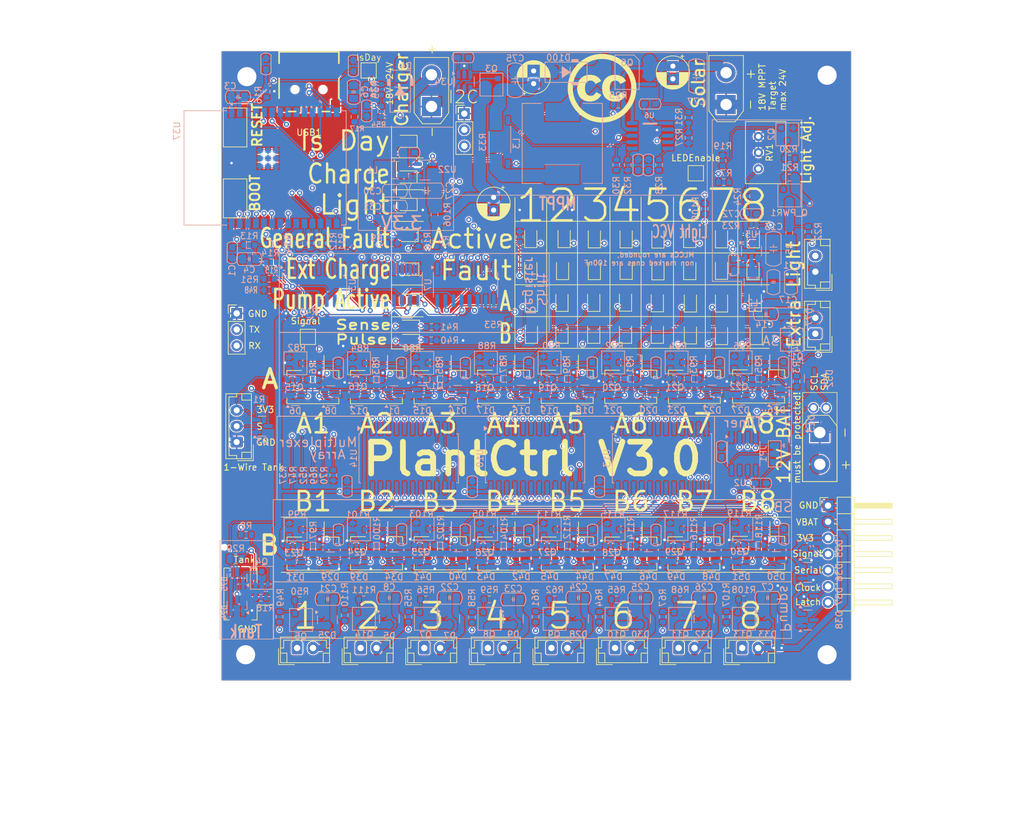
<source format=kicad_pcb>
(kicad_pcb
	(version 20240108)
	(generator "pcbnew")
	(generator_version "8.0")
	(general
		(thickness 1.6)
		(legacy_teardrops no)
	)
	(paper "A4")
	(layers
		(0 "F.Cu" signal)
		(1 "In1.Cu" signal)
		(2 "In2.Cu" signal)
		(31 "B.Cu" signal)
		(32 "B.Adhes" user "B.Adhesive")
		(33 "F.Adhes" user "F.Adhesive")
		(34 "B.Paste" user)
		(35 "F.Paste" user)
		(36 "B.SilkS" user "B.Silkscreen")
		(37 "F.SilkS" user "F.Silkscreen")
		(38 "B.Mask" user)
		(39 "F.Mask" user)
		(40 "Dwgs.User" user "User.Drawings")
		(41 "Cmts.User" user "User.Comments")
		(42 "Eco1.User" user "User.Eco1")
		(43 "Eco2.User" user "User.Eco2")
		(44 "Edge.Cuts" user)
		(45 "Margin" user)
		(46 "B.CrtYd" user "B.Courtyard")
		(47 "F.CrtYd" user "F.Courtyard")
		(48 "B.Fab" user)
		(49 "F.Fab" user)
	)
	(setup
		(stackup
			(layer "F.SilkS"
				(type "Top Silk Screen")
			)
			(layer "F.Paste"
				(type "Top Solder Paste")
			)
			(layer "F.Mask"
				(type "Top Solder Mask")
				(thickness 0.01)
			)
			(layer "F.Cu"
				(type "copper")
				(thickness 0.035)
			)
			(layer "dielectric 1"
				(type "prepreg")
				(thickness 0.1)
				(material "FR4")
				(epsilon_r 4.5)
				(loss_tangent 0.02)
			)
			(layer "In1.Cu"
				(type "copper")
				(thickness 0.035)
			)
			(layer "dielectric 2"
				(type "core")
				(thickness 1.24)
				(material "FR4")
				(epsilon_r 4.5)
				(loss_tangent 0.02)
			)
			(layer "In2.Cu"
				(type "copper")
				(thickness 0.035)
			)
			(layer "dielectric 3"
				(type "prepreg")
				(thickness 0.1)
				(material "FR4")
				(epsilon_r 4.5)
				(loss_tangent 0.02)
			)
			(layer "B.Cu"
				(type "copper")
				(thickness 0.035)
			)
			(layer "B.Mask"
				(type "Bottom Solder Mask")
				(thickness 0.01)
			)
			(layer "B.Paste"
				(type "Bottom Solder Paste")
			)
			(layer "B.SilkS"
				(type "Bottom Silk Screen")
			)
			(copper_finish "HAL lead-free")
			(dielectric_constraints no)
		)
		(pad_to_mask_clearance 0.05)
		(allow_soldermask_bridges_in_footprints no)
		(aux_axis_origin 68.58 26.67)
		(grid_origin 68.58 26.67)
		(pcbplotparams
			(layerselection 0x003ffff_ffffffff)
			(plot_on_all_layers_selection 0x0000000_00000000)
			(disableapertmacros no)
			(usegerberextensions no)
			(usegerberattributes no)
			(usegerberadvancedattributes no)
			(creategerberjobfile no)
			(dashed_line_dash_ratio 12.000000)
			(dashed_line_gap_ratio 3.000000)
			(svgprecision 4)
			(plotframeref no)
			(viasonmask no)
			(mode 1)
			(useauxorigin no)
			(hpglpennumber 1)
			(hpglpenspeed 20)
			(hpglpendiameter 15.000000)
			(pdf_front_fp_property_popups yes)
			(pdf_back_fp_property_popups yes)
			(dxfpolygonmode yes)
			(dxfimperialunits yes)
			(dxfusepcbnewfont yes)
			(psnegative no)
			(psa4output no)
			(plotreference yes)
			(plotvalue yes)
			(plotfptext yes)
			(plotinvisibletext no)
			(sketchpadsonfab no)
			(subtractmaskfromsilk no)
			(outputformat 1)
			(mirror no)
			(drillshape 0)
			(scaleselection 1)
			(outputdirectory "gerber/")
		)
	)
	(net 0 "")
	(net 1 "EN")
	(net 2 "VBAT")
	(net 3 "GND")
	(net 4 "S1")
	(net 5 "G1")
	(net 6 "3_3V")
	(net 7 "Temp")
	(net 8 "S2")
	(net 9 "G2")
	(net 10 "S3")
	(net 11 "Net-(U22-BST)")
	(net 12 "Net-(PUMP2-Pin_1)")
	(net 13 "PUMP_ENABLE")
	(net 14 "TANK_SENSOR")
	(net 15 "Net-(PUMP3-Pin_1)")
	(net 16 "Net-(PUMP4-Pin_1)")
	(net 17 "Net-(PUMP1-Pin_1)")
	(net 18 "Net-(PUMP5-Pin_1)")
	(net 19 "Net-(PUMP6-Pin_1)")
	(net 20 "Net-(PUMP7-Pin_1)")
	(net 21 "Net-(PUMP8-Pin_1)")
	(net 22 "SerialOut")
	(net 23 "Clock")
	(net 24 "Latch")
	(net 25 "Net-(Q1-G)")
	(net 26 "G3")
	(net 27 "ESP_RX")
	(net 28 "ESP_TX")
	(net 29 "Net-(Boot1-Pad2)")
	(net 30 "SDA")
	(net 31 "SCL")
	(net 32 "G4")
	(net 33 "S4")
	(net 34 "Net-(D10-K)")
	(net 35 "Net-(Q5-G)")
	(net 36 "G5")
	(net 37 "Net-(Q7-G)")
	(net 38 "Net-(Q8-G)")
	(net 39 "Net-(Q9-G)")
	(net 40 "Net-(Q10-G)")
	(net 41 "Net-(Q11-G)")
	(net 42 "Net-(Q4-G)")
	(net 43 "Net-(Q13-G)")
	(net 44 "Net-(Q14-G)")
	(net 45 "Net-(D78-A)")
	(net 46 "S5")
	(net 47 "Net-(C5-Pad2)")
	(net 48 "S6")
	(net 49 "G6")
	(net 50 "S7")
	(net 51 "PUMP1")
	(net 52 "G7")
	(net 53 "PUMP3")
	(net 54 "G8")
	(net 55 "Net-(R14-Pad2)")
	(net 56 "PUMP4")
	(net 57 "PUMP5")
	(net 58 "PUMP6")
	(net 59 "PUMP7")
	(net 60 "PUMP8")
	(net 61 "PUMP2")
	(net 62 "unconnected-(U37-IO0-Pad8)")
	(net 63 "unconnected-(U37-IO1-Pad9)")
	(net 64 "Net-(D78-K)")
	(net 65 "S8")
	(net 66 "SIGNAL")
	(net 67 "SerialIn")
	(net 68 "S9")
	(net 69 "G9")
	(net 70 "S10")
	(net 71 "G10")
	(net 72 "G11")
	(net 73 "S11")
	(net 74 "G12")
	(net 75 "S12")
	(net 76 "S13")
	(net 77 "G13")
	(net 78 "S14")
	(net 79 "G14")
	(net 80 "S15")
	(net 81 "G15")
	(net 82 "S16")
	(net 83 "G16")
	(net 84 "CD1")
	(net 85 "CD2")
	(net 86 "CD3")
	(net 87 "CD4")
	(net 88 "CD5")
	(net 89 "Net-(D10-A)")
	(net 90 "Net-(D2-K)")
	(net 91 "CD6")
	(net 92 "CD7")
	(net 93 "Net-(U2-CV)")
	(net 94 "CD8")
	(net 95 "CD9")
	(net 96 "CD10")
	(net 97 "CD11")
	(net 98 "CD12")
	(net 99 "CD13")
	(net 100 "CD14")
	(net 101 "CD15")
	(net 102 "CD16")
	(net 103 "1K_3_3")
	(net 104 "Net-(P_FAULT1-K)")
	(net 105 "CD_Probe")
	(net 106 "SENSORS_ON")
	(net 107 "unconnected-(U3-QG-Pad6)")
	(net 108 "unconnected-(U3-QH-Pad7)")
	(net 109 "Net-(CD1-K)")
	(net 110 "Net-(SIGNAL1-K)")
	(net 111 "MS4")
	(net 112 "MS1")
	(net 113 "MS0")
	(net 114 "MS3")
	(net 115 "MS2")
	(net 116 "unconnected-(U2-DIS-Pad7)")
	(net 117 "IsDay")
	(net 118 "S_VIN")
	(net 119 "5K_VBAT")
	(net 120 "Net-(U1-QH')")
	(net 121 "Net-(U3-QH')")
	(net 122 "/Light_In")
	(net 123 "Net-(U5-BST)")
	(net 124 "Net-(Q2-G)")
	(net 125 "Net-(Q2-D)")
	(net 126 "Net-(Q_PWR1-G)")
	(net 127 "Net-(Q_PWR1-D)")
	(net 128 "LED_ENABLE")
	(net 129 "Net-(I2C3-A)")
	(net 130 "Net-(R24-Pad2)")
	(net 131 "Net-(U5-FB)")
	(net 132 "/Light+")
	(net 133 "Net-(U6-VG)")
	(net 134 "Net-(C19-Pad1)")
	(net 135 "Net-(D98-K)")
	(net 136 "Net-(D98-A)")
	(net 137 "Net-(D100-K)")
	(net 138 "Net-(L3-Pad2)")
	(net 139 "Net-(Q6-G)")
	(net 140 "Net-(U6-MPPT)")
	(net 141 "Net-(U6-COM)")
	(net 142 "Net-(U6-BAT)")
	(net 143 "Net-(U6-FB)")
	(net 144 "Net-(U6-CSP)")
	(net 145 "/3_3IN")
	(net 146 "/Light_cool")
	(net 147 "/3_3V_cool")
	(net 148 "Net-(Q3-S)")
	(net 149 "Net-(U34-VCAP)")
	(net 150 "Net-(Q3-G)")
	(net 151 "Net-(J3-Pin_1)")
	(net 152 "ENABLE_TANK")
	(net 153 "Net-(Q15-B)")
	(net 154 "Net-(Q17-B)")
	(net 155 "Net-(Q18-B)")
	(net 156 "Net-(Q19-B)")
	(net 157 "Net-(Q20-B)")
	(net 158 "Net-(Q21-B)")
	(net 159 "Net-(Q22-B)")
	(net 160 "Net-(Q23-B)")
	(net 161 "Net-(Q24-B)")
	(net 162 "Net-(Q25-B)")
	(net 163 "Net-(Q26-B)")
	(net 164 "Net-(Q27-B)")
	(net 165 "Net-(Q28-B)")
	(net 166 "Net-(Q29-B)")
	(net 167 "Net-(Q30-B)")
	(net 168 "unconnected-(U37-IO8-Pad10)")
	(net 169 "Net-(D11-A)")
	(net 170 "Net-(JP1-C)")
	(net 171 "unconnected-(U37-NC-Pad22)")
	(net 172 "USB_D-")
	(net 173 "unconnected-(U37-IO4-Pad4)")
	(net 174 "USB_D+")
	(net 175 "BOOT_SEL")
	(net 176 "WARN_LED")
	(net 177 "Net-(Q15-C)")
	(net 178 "Net-(Q16-C)")
	(net 179 "Net-(Q17-C)")
	(net 180 "Net-(Q18-C)")
	(net 181 "Net-(Q19-C)")
	(net 182 "Net-(Q20-C)")
	(net 183 "Net-(Q21-C)")
	(net 184 "Net-(Q22-C)")
	(net 185 "Net-(Q23-C)")
	(net 186 "Net-(Q24-C)")
	(net 187 "Net-(Q25-C)")
	(net 188 "Net-(Q26-C)")
	(net 189 "Net-(Q27-C)")
	(net 190 "Net-(Q28-C)")
	(net 191 "Net-(Q29-C)")
	(net 192 "Net-(Q30-C)")
	(net 193 "Net-(Q16-B)")
	(net 194 "FAULT1")
	(net 195 "FAULT2")
	(net 196 "FAULT3")
	(net 197 "FAULT4")
	(net 198 "FAULT5")
	(net 199 "FAULT6")
	(net 200 "FAULT7")
	(net 201 "FAULT8")
	(net 202 "OE")
	(net 203 "unconnected-(USB1-VBUS-Pad1)")
	(net 204 "unconnected-(USB1-ID-Pad4)")
	(footprint "Connector_JST:JST_PH_B2B-PH-SM4-TB_1x02-1MP_P2.00mm_Vertical" (layer "F.Cu") (at 204.58 117.92 180))
	(footprint "Button_Switch_SMD:SW_SPST_CK_RS282G05A3" (layer "F.Cu") (at 172.33 52.67 90))
	(footprint "Connector_JST:JST_PH_B2B-PH-SM4-TB_1x02-1MP_P2.00mm_Vertical" (layer "F.Cu") (at 194.555 91.77 180))
	(footprint "Connector_AMASS:AMASS_XT30UPB-M_1x02_P5.0mm_Vertical" (layer "F.Cu") (at 249.55 49.05 90))
	(footprint "LED_SMD:LED_0805_2012Metric" (layer "F.Cu") (at 199.53 74.9575 180))
	(footprint "easyeda2kicad:MINI-USB-SMD_UX-144S-ACP5" (layer "F.Cu") (at 183.95 46.595 180))
	(footprint "Button_Switch_SMD:SW_SPST_CK_RS282G05A3" (layer "F.Cu") (at 172.33 63.82 -90))
	(footprint "LED_SMD:LED_0805_2012Metric" (layer "F.Cu") (at 223.73 84.945 90))
	(footprint "LED_SMD:LED_0805_2012Metric" (layer "F.Cu") (at 218.83 74.8825 90))
	(footprint "LED_SMD:LED_0805_2012Metric" (layer "F.Cu") (at 228.83 74.92 90))
	(footprint "LED_SMD:LED_0805_2012Metric" (layer "F.Cu") (at 243.93 80.02 90))
	(footprint "Connector_JST:JST_PH_B2B-PH-SM4-TB_1x02-1MP_P2.00mm_Vertical" (layer "F.Cu") (at 254.655 91.67 180))
	(footprint "LED_SMD:LED_0805_2012Metric" (layer "F.Cu") (at 238.73 84.945 90))
	(footprint "kicad-stuff:AMASS_XT30UPB+DATA-M_1x02_P5.0mm_Vertical" (layer "F.Cu") (at 264.28 100.67 -90))
	(footprint "LED_SMD:LED_0805_2012Metric" (layer "F.Cu") (at 243.93 85.045 90))
	(footprint "Connector_JST:JST_PH_B2B-PH-SM4-TB_1x02-1MP_P2.00mm_Vertical" (layer "F.Cu") (at 184.58 117.97 180))
	(footprint "LED_SMD:LED_0805_2012Metric" (layer "F.Cu") (at 199.655 86.195 180))
	(footprint "Connector_AMASS:AMASS_XT30UPB-F_1x02_P5.0mm_Vertical" (layer "F.Cu") (at 203.21 49.37 90))
	(footprint "Connector_JST:JST_PH_B2B-PH-SM4-TB_1x02-1MP_P2.00mm_Vertical" (layer "F.Cu") (at 254.68 117.87 180))
	(footprint "Connector_JST:JST_EH_B2B-EH-A_1x02_P2.50mm_Vertical" (layer "F.Cu") (at 232.08 134.575))
	(footprint "Connector_JST:JST_EH_B2B-EH-A_1x02_P2.50mm_Vertical" (layer "F.Cu") (at 242.08 134.575))
	(footprint "Connector_JST:JST_EH_B2B-EH-A_1x02_P2.50mm_Vertical" (layer "F.Cu") (at 263.58 85.12 90))
	(footprint "LED_SMD:LED_0805_2012Metric" (layer "F.Cu") (at 248.83 85.145 90))
	(footprint "LED_SMD:LED_0805_2012Metric" (layer "F.Cu") (at 248.83 80.02 90))
	(footprint "Connector_JST:JST_EH_B3B-EH-A_1x03_P2.50mm_Vertical" (layer "F.Cu") (at 172.58 102.17 90))
	(footprint "Connector_JST:JST_PH_B2B-PH-SM4-TB_1x02-1MP_P2.00mm_Vertical" (layer "F.Cu") (at 224.58 117.97 180))
	(footprint "LED_SMD:LED_0805_2012Metric" (layer "F.Cu") (at 199.43 69.6575 180))
	(footprint "Connector_PinHeader_2.54mm:PinHeader_1x07_P2.54mm_Horizontal" (layer "F.Cu") (at 265.58 112.17))
	(footprint "LED_SMD:LED_0805_2012Metric" (layer "F.Cu") (at 218.93 84.945 90))
	(footprint "LED_SMD:LED_0805_2012Metric"
		(layer "F.Cu")
		(uuid "38c660a9-1b7f-4b5b-b61c-be652783af9f")
		(at 243.83 69.8825 90)
		(descr "LED SMD 0805 (2012 Metric), square (rectangular) end terminal, IPC_7351 nominal, (Body size source: https://docs.google.com/spreadsheets/d/1BsfQQcO9C6DZCsRaXUlFlo91Tg2WpOkGARC1WS5S8t0/edit?usp=sharing), generated with kicad-footprint-generator")
		(tags "LED")
		(property "Reference" "PUMP_D6"
			(at 0 -1.65 90)
			(layer "F.SilkS")
			(hide yes)
			(uuid "44bbbf26-a62d-4436-b514-b825e281b3ce")
			(effects
				(font
					(size 1 1)
					(thickness 0.15)
				)
			)
		)
		(property "Value" "BLUE"
			(at 0 1.65 90)
			(layer "F.Fab")
			(uuid "8a8574fa-8ef6-410c-870d-c44e0d85d060")
			(effects
				(font
					(size 1 1)
					(thickness 0.15)
				)
			)
		)
		(property "Footprint" "LED_SMD:LED_0805_2012Metric"
			(at 0 0 90)
			(unlocked yes)
			(layer "F.Fab")
			(hide yes)
			(uuid "0bbef73a-c570-477f-a1a4-ae99308a1abe")
			(effects
				(font
					(size 1.27 1.27)
					(thickness 0.15)
				)
			)
		)
		(property "Datasheet" ""
			(at 0 0 90)
			(unlocked yes)
			(layer "F.Fab")
			(hide yes)
			(uuid "1ae939cc-3500-4eee-8197-2ae48b6e6729")
			(effects
				(font
					(size 1.27 1.27)
					(thickness 0.15)
				)
			)
		)
... [4590001 chars truncated]
</source>
